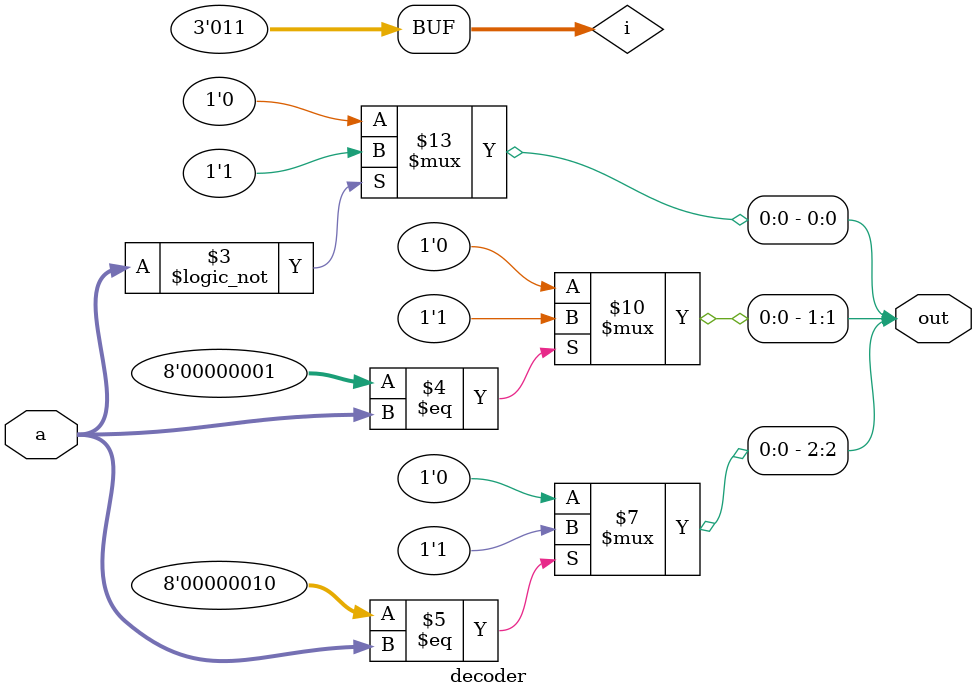
<source format=sv>
module decoder (a, out);
    parameter N = 3;
    input [7:0] a;
    output reg [N-1:0] out;
    reg [N-1:0] i;
    always @(*) begin
        for (i = 0; i < N; i = i + 1) begin
            if (i == a) begin
                out[i] = 1;
            end
            else begin
                out[i] = 0;
            end
        end
    end
endmodule
</source>
